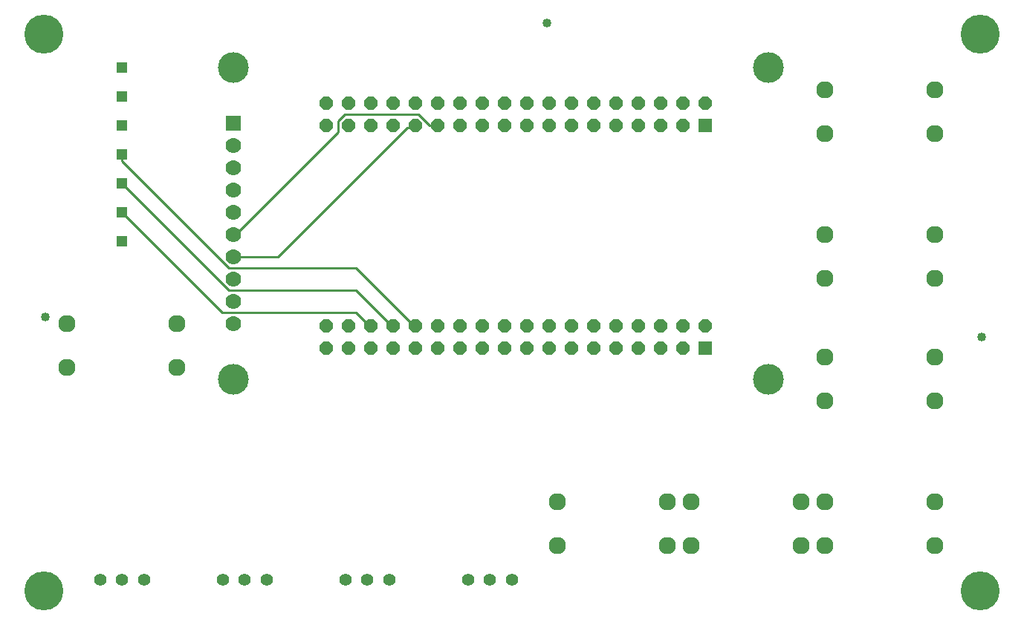
<source format=gbr>
G04 EAGLE Gerber RS-274X export*
G75*
%MOMM*%
%FSLAX34Y34*%
%LPD*%
%INBottom Copper*%
%IPPOS*%
%AMOC8*
5,1,8,0,0,1.08239X$1,22.5*%
G01*
%ADD10C,1.960000*%
%ADD11C,4.445000*%
%ADD12C,1.400000*%
%ADD13R,1.778000X1.778000*%
%ADD14C,1.778000*%
%ADD15C,3.500000*%
%ADD16R,1.244600X1.244600*%
%ADD17R,1.524000X1.524000*%
%ADD18P,1.649562X8X202.500000*%
%ADD19C,1.016000*%
%ADD20C,0.254000*%


D10*
X964200Y-241700D03*
X964200Y-291700D03*
X839200Y-291700D03*
X839200Y-241700D03*
X1116600Y-241700D03*
X1116600Y-291700D03*
X991600Y-291700D03*
X991600Y-241700D03*
X1269000Y-241700D03*
X1269000Y-291700D03*
X1144000Y-291700D03*
X1144000Y-241700D03*
X1269000Y-76600D03*
X1269000Y-126600D03*
X1144000Y-126600D03*
X1144000Y-76600D03*
X1269000Y228200D03*
X1269000Y178200D03*
X1144000Y178200D03*
X1144000Y228200D03*
X1269000Y63100D03*
X1269000Y13100D03*
X1144000Y13100D03*
X1144000Y63100D03*
D11*
X1320800Y292100D03*
X1320800Y-342900D03*
X254000Y292100D03*
X254000Y-342900D03*
D10*
X405400Y-38500D03*
X405400Y-88500D03*
X280400Y-88500D03*
X280400Y-38500D03*
D12*
X317900Y-330200D03*
X342900Y-330200D03*
X367900Y-330200D03*
X457600Y-330200D03*
X482600Y-330200D03*
X507600Y-330200D03*
X597300Y-330200D03*
X622300Y-330200D03*
X647300Y-330200D03*
X737000Y-330200D03*
X762000Y-330200D03*
X787000Y-330200D03*
D13*
X470100Y190500D03*
D14*
X470100Y165100D03*
X470100Y139700D03*
X470100Y114300D03*
X470100Y88900D03*
X470100Y63500D03*
X470100Y38100D03*
X470100Y12700D03*
X470100Y-12700D03*
X470100Y-38100D03*
D15*
X469900Y254000D03*
X1079500Y-101600D03*
X1079500Y254000D03*
X469900Y-101600D03*
D16*
X342900Y254000D03*
X342900Y220980D03*
X342900Y187960D03*
X342900Y154940D03*
X342900Y121920D03*
X342900Y88900D03*
X342900Y55880D03*
D17*
X1007700Y-66300D03*
D18*
X1007700Y-40900D03*
X982300Y-66300D03*
X982300Y-40900D03*
X956900Y-66300D03*
X956900Y-40900D03*
X931500Y-66300D03*
X931500Y-40900D03*
X906100Y-66300D03*
X906100Y-40900D03*
X880700Y-66300D03*
X880700Y-40900D03*
X855300Y-66300D03*
X855300Y-40900D03*
X829900Y-66300D03*
X829900Y-40900D03*
X804500Y-66300D03*
X804500Y-40900D03*
X779100Y-66300D03*
X779100Y-40900D03*
X753700Y-66300D03*
X753700Y-40900D03*
X728300Y-66300D03*
X728300Y-40900D03*
X702900Y-66300D03*
X702900Y-40900D03*
X677500Y-66300D03*
X677500Y-40900D03*
X652100Y-66300D03*
X652100Y-40900D03*
X626700Y-66300D03*
X626700Y-40900D03*
X601300Y-66300D03*
X601300Y-40900D03*
X575900Y-66300D03*
X575900Y-40900D03*
D17*
X1007700Y187700D03*
D18*
X1007700Y213100D03*
X982300Y187700D03*
X982300Y213100D03*
X956900Y187700D03*
X956900Y213100D03*
X931500Y187700D03*
X931500Y213100D03*
X906100Y187700D03*
X906100Y213100D03*
X880700Y187700D03*
X880700Y213100D03*
X855300Y187700D03*
X855300Y213100D03*
X829900Y187700D03*
X829900Y213100D03*
X804500Y187700D03*
X804500Y213100D03*
X779100Y187700D03*
X779100Y213100D03*
X753700Y187700D03*
X753700Y213100D03*
X728300Y187700D03*
X728300Y213100D03*
X702900Y187700D03*
X702900Y213100D03*
X677500Y187700D03*
X677500Y213100D03*
X652100Y187700D03*
X652100Y213100D03*
X626700Y187700D03*
X626700Y213100D03*
X601300Y187700D03*
X601300Y213100D03*
X575900Y187700D03*
X575900Y213100D03*
D19*
X255270Y-30480D03*
X1322070Y-53340D03*
X826770Y304800D03*
D20*
X342900Y154940D02*
X342900Y147320D01*
X464820Y25400D01*
X609600Y25400D01*
X675640Y-40640D01*
X677500Y-40900D01*
X464820Y0D02*
X342900Y121920D01*
X464820Y0D02*
X609600Y0D01*
X650240Y-40640D01*
X652100Y-40900D01*
X457200Y-25400D02*
X342900Y88900D01*
X457200Y-25400D02*
X609600Y-25400D01*
X624840Y-40640D01*
X626700Y-40900D01*
X693420Y187960D02*
X701040Y187960D01*
X693420Y187960D02*
X680720Y200660D01*
X596900Y200660D01*
X589280Y193040D01*
X589280Y180340D01*
X472440Y63500D01*
X701040Y187960D02*
X702900Y187700D01*
X472440Y63500D02*
X470100Y63500D01*
X668020Y185420D02*
X675640Y185420D01*
X668020Y185420D02*
X520700Y38100D01*
X470100Y38100D01*
X675640Y185420D02*
X677500Y187700D01*
M02*

</source>
